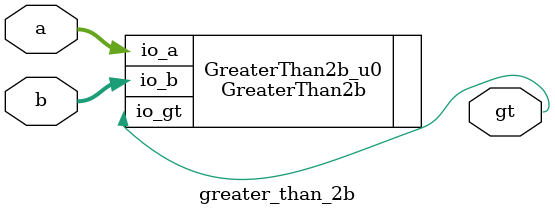
<source format=sv>
module greater_than_2b
    (
    input logic     [1:0]   a,
    input logic     [1:0]   b,
    output logic            gt
    );

    GreaterThan2b GreaterThan2b_u0 (
        .io_gt  ( gt    ),
        .io_a   ( a     ),
        .io_b   ( b     )
    );
endmodule

</source>
